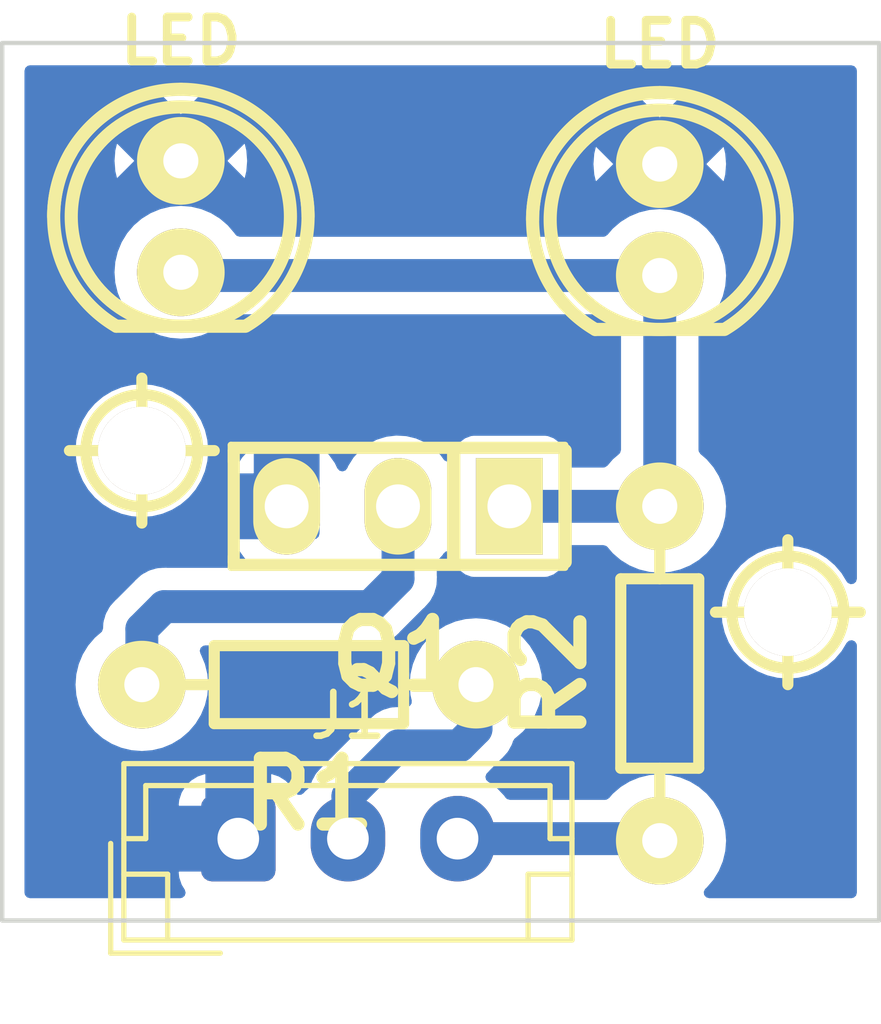
<source format=kicad_pcb>
(kicad_pcb (version 20211014) (generator pcbnew)
  (layers (0 "F.Cu" signal) (31 "B.Cu" signal) (34 "B.Paste" user) (35 "F.Paste" user) (36 "B.SilkS" user "B.Silkscreen") (37 "F.SilkS" user "F.Silkscreen") (38 "B.Mask" user) (39 "F.Mask" user) (44 "Edge.Cuts" user))
  (net 0 "")
  (net 1 "Earth")
  (net 2 "Net-(J1-Pad3)")
  (net 3 "Net-(J1-Pad2)")
  (net 4 "Net-(Q1-Pad2)")
  (net 5 "Net-(D1-Pad2)")
  (footprint "EESTN5:led_5mm_clear" (layer "F.Cu") (at 94.996 29.02966)
    (fp_text reference "D2" hide)
    (fp_text value "LED" (at 0 -4) (layer "F.SilkS") (effects (font (thickness 0.2))))
    (fp_line (start -1.47066 2.49936) (end 1.47066 2.49936) (layer "F.SilkS") (width 0.29972))
    (fp_arc (start -1.47066 2.49936) (mid -2.807228 0.727401) (end -2.49936 -1.47066) (layer "F.SilkS") (width 0.29972))
    (fp_arc (start 2.4892 -1.49098) (mid 2.814412 0.705848) (end 1.49098 2.4892) (layer "F.SilkS") (width 0.29972))
    (fp_arc (start -2.90068 0) (mid -2.05109 -2.05109) (end 0 -2.90068) (layer "F.SilkS") (width 0.29972))
    (fp_arc (start 0 -2.90068) (mid 2.05109 -2.05109) (end 2.90068 0) (layer "F.SilkS") (width 0.29972))
    (fp_circle (center 0 0) (end -2.49936 0) (layer "F.SilkS") (width 0.29972) (fill none))
    (pad "1" thru_hole circle locked (at 0 -1.27) (size 1.99898 1.99898) (drill 0.8001) (layers *.Cu *.Mask "F.SilkS") (net 1 "Earth"))
    (pad "2" thru_hole circle locked (at 0 1.27) (size 1.99898 1.99898) (drill 0.8001) (layers *.Cu *.Mask "F.SilkS") (net 5 "Net-(D1-Pad2)"))
  )
  (footprint "EESTN5:RES0.3" (layer "F.Cu") (at 86.995 39.624 180)
    (fp_text reference "R1" (at 0 -2.5) (layer "F.SilkS") (effects (font (size 1.5 1.5) (thickness 0.3))))
    (fp_text value "R" hide)
    (fp_line (start 2.159 0) (end 3.81 0) (layer "F.SilkS") (width 0.254))
    (fp_line (start -2.159 -0.889) (end -2.159 0.889) (layer "F.SilkS") (width 0.254))
    (fp_line (start -2.159 0.889) (end 2.159 0.889) (layer "F.SilkS") (width 0.254))
    (fp_line (start 2.159 0.889) (end 2.159 -0.889) (layer "F.SilkS") (width 0.254))
    (fp_line (start -2.159 0) (end -3.81 0) (layer "F.SilkS") (width 0.254))
    (fp_line (start 2.159 -0.889) (end -2.159 -0.889) (layer "F.SilkS") (width 0.254))
    (pad "1" thru_hole circle locked (at -3.81 0 180) (size 1.99898 1.99898) (drill 0.8001) (layers *.Cu *.Mask "F.SilkS") (net 3 "Net-(J1-Pad2)"))
    (pad "2" thru_hole circle locked (at 3.81 0 180) (size 1.99898 1.99898) (drill 0.8001) (layers *.Cu *.Mask "F.SilkS") (net 4 "Net-(Q1-Pad2)"))
  )
  (footprint "EESTN5:RES0.3" (layer "F.Cu") (at 94.996 39.37 90)
    (fp_text reference "R2" (at 0 -2.5 90) (layer "F.SilkS") (effects (font (size 1.5 1.5) (thickness 0.3))))
    (fp_text value "R" hide)
    (fp_line (start 2.159 0.889) (end 2.159 -0.889) (layer "F.SilkS") (width 0.254))
    (fp_line (start 2.159 -0.889) (end -2.159 -0.889) (layer "F.SilkS") (width 0.254))
    (fp_line (start -2.159 0.889) (end 2.159 0.889) (layer "F.SilkS") (width 0.254))
    (fp_line (start -2.159 -0.889) (end -2.159 0.889) (layer "F.SilkS") (width 0.254))
    (fp_line (start 2.159 0) (end 3.81 0) (layer "F.SilkS") (width 0.254))
    (fp_line (start -2.159 0) (end -3.81 0) (layer "F.SilkS") (width 0.254))
    (pad "1" thru_hole circle locked (at -3.81 0 90) (size 1.99898 1.99898) (drill 0.8001) (layers *.Cu *.Mask "F.SilkS") (net 2 "Net-(J1-Pad3)"))
    (pad "2" thru_hole circle locked (at 3.81 0 90) (size 1.99898 1.99898) (drill 0.8001) (layers *.Cu *.Mask "F.SilkS") (net 5 "Net-(D1-Pad2)"))
  )
  (footprint "Connector_JST:JST_EH_B3B-EH-A_1x03_P2.50mm_Vertical" (layer "F.Cu") (at 85.384 43.134)
    (fp_text reference "J1" (at 2.5 -2.8) (layer "F.SilkS"))
    (fp_text value "Conn_01x03")
    (fp_line (start -2.11 -1.21) (end 7.11 -1.21) (layer "F.SilkS") (width 0.12))
    (fp_line (start 7.61 0.81) (end 6.61 0.81) (layer "F.SilkS") (width 0.12))
    (fp_line (start -2.61 0) (end -2.11 0) (layer "F.SilkS") (width 0.12))
    (fp_line (start -2.61 0.81) (end -1.61 0.81) (layer "F.SilkS") (width 0.12))
    (fp_line (start -2.11 0) (end -2.11 -1.21) (layer "F.SilkS") (width 0.12))
    (fp_line (start 7.11 -1.21) (end 7.11 0) (layer "F.SilkS") (width 0.12))
    (fp_line (start -2.61 2.31) (end 7.61 2.31) (layer "F.SilkS") (width 0.12))
    (fp_line (start -2.61 -1.71) (end -2.61 2.31) (layer "F.SilkS") (width 0.12))
    (fp_line (start -2.91 0.11) (end -2.91 2.61) (layer "F.SilkS") (width 0.12))
    (fp_line (start 7.11 0) (end 7.61 0) (layer "F.SilkS") (width 0.12))
    (fp_line (start 6.61 0.81) (end 6.61 2.31) (layer "F.SilkS") (width 0.12))
    (fp_line (start 7.61 2.31) (end 7.61 -1.71) (layer "F.SilkS") (width 0.12))
    (fp_line (start -2.91 2.61) (end -0.41 2.61) (layer "F.SilkS") (width 0.12))
    (fp_line (start -1.61 0.81) (end -1.61 2.31) (layer "F.SilkS") (width 0.12))
    (fp_line (start 7.61 -1.71) (end -2.61 -1.71) (layer "F.SilkS") (width 0.12))
    (pad "1" thru_hole roundrect (at 0 0) (size 1.7 1.95) (drill 0.95) (layers *.Cu *.Mask) (roundrect_rratio 0.1470588235) (net 1 "Earth"))
    (pad "2" thru_hole oval (at 2.5 0) (size 1.7 1.95) (drill 0.95) (layers *.Cu *.Mask) (net 3 "Net-(J1-Pad2)"))
    (pad "3" thru_hole oval (at 5 0) (size 1.7 1.95) (drill 0.95) (layers *.Cu *.Mask) (net 2 "Net-(J1-Pad3)"))
  )
  (footprint "EESTN5:hole_2mm" (layer "F.Cu") (at 83.185 34.29)
    (fp_text reference "H1" hide)
    (fp_text value "Mounting_Hole" hide)
    (fp_line (start 0 -1.651) (end 0 1.651) (layer "F.SilkS") (width 0.254))
    (fp_line (start -1.651 0) (end 1.651 0) (layer "F.SilkS") (width 0.254))
    (fp_circle (center 0 0) (end 1.27 -0.127) (layer "F.SilkS") (width 0.254) (fill none))
    (pad "1" thru_hole circle locked (at 0 0) (size 1.99898 1.99898) (drill 1.99898) (layers *.Cu "F.SilkS"))
  )
  (footprint "EESTN5:led_5mm_clear" (layer "F.Cu") (at 84.074 28.956)
    (fp_text reference "D1" hide)
    (fp_text value "LED" (at 0 -4) (layer "F.SilkS") (effects (font (thickness 0.2))))
    (fp_line (start -1.47066 2.49936) (end 1.47066 2.49936) (layer "F.SilkS") (width 0.29972))
    (fp_arc (start -2.90068 0) (mid -2.05109 -2.05109) (end 0 -2.90068) (layer "F.SilkS") (width 0.29972))
    (fp_arc (start 0 -2.90068) (mid 2.05109 -2.05109) (end 2.90068 0) (layer "F.SilkS") (width 0.29972))
    (fp_arc (start -1.47066 2.49936) (mid -2.807228 0.727401) (end -2.49936 -1.47066) (layer "F.SilkS") (width 0.29972))
    (fp_arc (start 2.4892 -1.49098) (mid 2.814412 0.705848) (end 1.49098 2.4892) (layer "F.SilkS") (width 0.29972))
    (fp_circle (center 0 0) (end -2.49936 0) (layer "F.SilkS") (width 0.29972) (fill none))
    (pad "1" thru_hole circle locked (at 0 -1.27) (size 1.99898 1.99898) (drill 0.8001) (layers *.Cu *.Mask "F.SilkS") (net 1 "Earth"))
    (pad "2" thru_hole circle locked (at 0 1.27) (size 1.99898 1.99898) (drill 0.8001) (layers *.Cu *.Mask "F.SilkS") (net 5 "Net-(D1-Pad2)"))
  )
  (footprint "EESTN5:hole_2mm" (layer "F.Cu") (at 97.917 37.973)
    (fp_text reference "H2" hide)
    (fp_text value "Mounting_Hole" hide)
    (fp_line (start 0 -1.651) (end 0 1.651) (layer "F.SilkS") (width 0.254))
    (fp_line (start -1.651 0) (end 1.651 0) (layer "F.SilkS") (width 0.254))
    (fp_circle (center 0 0) (end 1.27 -0.127) (layer "F.SilkS") (width 0.254) (fill none))
    (pad "1" thru_hole circle locked (at 0 0) (size 1.99898 1.99898) (drill 1.99898) (layers *.Cu "F.SilkS"))
  )
  (footprint "EESTN5:Pin_Header_3" (layer "F.Cu") (at 89.027 35.56 180)
    (fp_text reference "Q1" (at 0 -3.4 180) (layer "F.SilkS") (effects (font (size 1.5 1.5) (thickness 0.3))))
    (fp_text value "BC548" hide)
    (fp_line (start 3.683 1.27) (end 3.683 -1.27) (layer "F.SilkS") (width 0.15))
    (fp_line (start 3.81 1.27) (end -3.81 1.27) (layer "F.SilkS") (width 0.15))
    (fp_line (start 3.81 1.397) (end -3.81 1.397) (layer "F.SilkS") (width 0.15))
    (fp_line (start -3.81 -1.397) (end 3.81 -1.397) (layer "F.SilkS") (width 0.15))
    (fp_line (start 3.81 -1.27) (end 3.81 1.27) (layer "F.SilkS") (width 0.15))
    (fp_line (start 3.81 1.016) (end 3.81 1.397) (layer "F.SilkS") (width 0.15))
    (fp_line (start 3.81 -1.397) (end 3.81 -1.143) (layer "F.SilkS") (width 0.15))
    (fp_line (start -1.27 -1.27) (end -1.27 1.27) (layer "F.SilkS") (width 0.3048))
    (fp_line (start 3.81 -1.27) (end -3.81 -1.27) (layer "F.SilkS") (width 0.15))
    (fp_line (start -3.81 1.27) (end -3.81 -1.27) (layer "F.SilkS") (width 0.3048))
    (pad "1" thru_hole rect locked (at -2.54 0 180) (size 1.524 2.19964) (drill 1.00076) (layers *.Cu *.Mask "F.SilkS") (net 5 "Net-(D1-Pad2)"))
    (pad "2" thru_hole oval locked (at 0 0 180) (size 1.524 2.19964) (drill 1.00076) (layers *.Cu *.Mask "F.SilkS") (net 4 "Net-(Q1-Pad2)"))
    (pad "3" thru_hole oval locked (at 2.54 0 180) (size 1.524 2.19964) (drill 1.00076) (layers *.Cu *.Mask "F.SilkS") (net 1 "Earth"))
  )
  (gr_rect (start 80 25) (end 100 45) (layer "Edge.Cuts") (width 0.1) (fill none))
  (segment (start 90.384 43.134) (end 94.95 43.134) (width 0.75) (layer "B.Cu") (net 2))
  (segment (start 94.95 43.134) (end 94.996 43.18) (width 0.75) (layer "B.Cu") (net 2))
  (segment (start 87.884 42.164) (end 89.027 41.021) (width 0.75) (layer "B.Cu") (net 3))
  (segment (start 90.805 40.64) (end 90.805 39.624) (width 0.75) (layer "B.Cu") (net 3))
  (segment (start 89.027 41.021) (end 90.424 41.021) (width 0.75) (layer "B.Cu") (net 3))
  (segment (start 90.424 41.021) (end 90.805 40.64) (width 0.75) (layer "B.Cu") (net 3))
  (segment (start 87.884 43.134) (end 87.884 42.164) (width 0.75) (layer "B.Cu") (net 3))
  (segment (start 83.693 37.846) (end 88.392 37.846) (width 0.75) (layer "B.Cu") (net 4))
  (segment (start 83.185 38.354) (end 83.693 37.846) (width 0.75) (layer "B.Cu") (net 4))
  (segment (start 83.185 39.624) (end 83.185 38.354) (width 0.75) (layer "B.Cu") (net 4))
  (segment (start 89.027 37.211) (end 89.027 35.56) (width 0.75) (layer "B.Cu") (net 4))
  (segment (start 88.392 37.846) (end 89.027 37.211) (width 0.75) (layer "B.Cu") (net 4))
  (segment (start 84.14766 30.29966) (end 84.074 30.226) (width 0.75) (layer "B.Cu") (net 5))
  (segment (start 91.567 35.56) (end 94.996 35.56) (width 0.75) (layer "B.Cu") (net 5))
  (segment (start 94.996 35.56) (end 94.996 30.29966) (width 0.75) (layer "B.Cu") (net 5))
  (segment (start 94.79534 30.099) (end 94.996 30.29966) (width 0.75) (layer "B.Cu") (net 5))
  (segment (start 94.996 30.29966) (end 84.14766 30.29966) (width 0.75) (layer "B.Cu") (net 5))
  (zone (net 1) (net_name "Earth") (layer "B.Cu") (connect_pads (clearance 0.508)) (min_thickness 0.254) (fill yes (thermal_gap 0.508) (thermal_bridge_width 1.5))
    (polygon (pts (xy 100 45) (xy 80 45) (xy 80 25) (xy 100 25)))
  )
)
</source>
